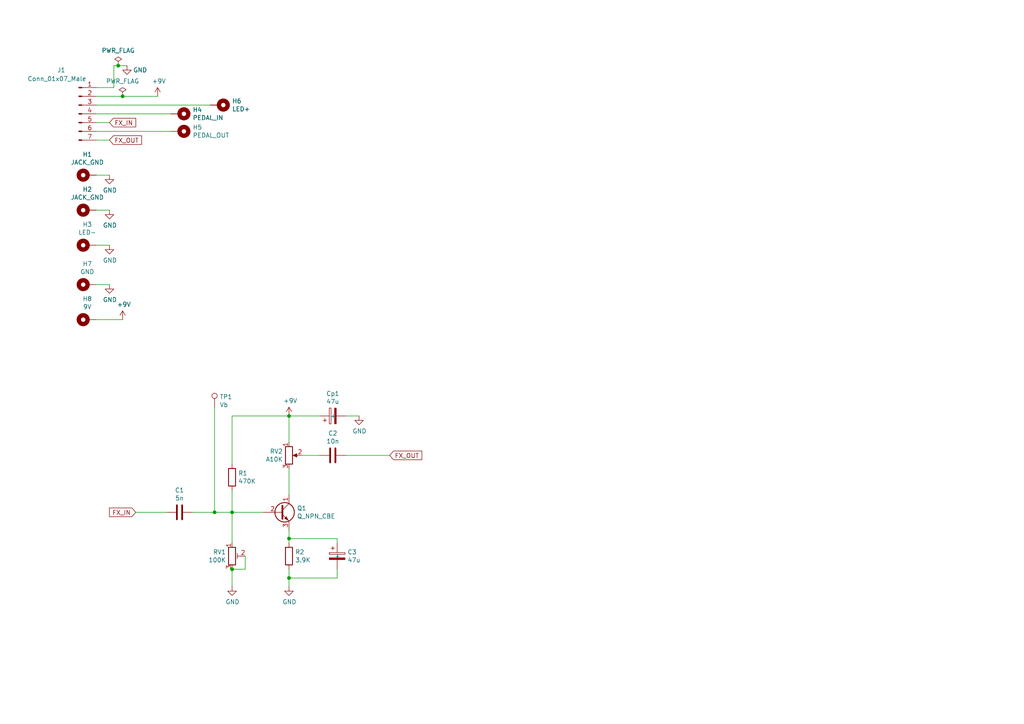
<source format=kicad_sch>
(kicad_sch (version 20211123) (generator eeschema)
  (paper "A4")
  (lib_symbols
    (symbol "Connector:Conn_01x07_Male" (pin_names (offset 1.016) hide)
      (property "Reference" "J" (at 0 10.16 0))
      (property "Value" "Conn_01x07_Male" (at 0 -10.16 0))
      (symbol "Conn_01x07_Male_1_1"
        (polyline (pts (xy 1.27 -7.62) (xy 0.8636 -7.62)) (stroke (width 0.1524)))
        (polyline (pts (xy 1.27 -5.08) (xy 0.8636 -5.08)) (stroke (width 0.1524)))
        (polyline (pts (xy 1.27 -2.54) (xy 0.8636 -2.54)) (stroke (width 0.1524)))
        (polyline (pts (xy 1.27 0) (xy 0.8636 0)) (stroke (width 0.1524)))
        (polyline (pts (xy 1.27 2.54) (xy 0.8636 2.54)) (stroke (width 0.1524)))
        (polyline (pts (xy 1.27 5.08) (xy 0.8636 5.08)) (stroke (width 0.1524)))
        (polyline (pts (xy 1.27 7.62) (xy 0.8636 7.62)) (stroke (width 0.1524)))
        (rectangle (start 0.8636 -7.493) (end 0 -7.747) (stroke (width 0.1524)) (fill (type outline)))
        (rectangle (start 0.8636 -4.953) (end 0 -5.207) (stroke (width 0.1524)) (fill (type outline)))
        (rectangle (start 0.8636 -2.413) (end 0 -2.667) (stroke (width 0.1524)) (fill (type outline)))
        (rectangle (start 0.8636 0.127) (end 0 -0.127) (stroke (width 0.1524)) (fill (type outline)))
        (rectangle (start 0.8636 2.667) (end 0 2.413) (stroke (width 0.1524)) (fill (type outline)))
        (rectangle (start 0.8636 5.207) (end 0 4.953) (stroke (width 0.1524)) (fill (type outline)))
        (rectangle (start 0.8636 7.747) (end 0 7.493) (stroke (width 0.1524)) (fill (type outline)))
        (pin passive line (at 5.08 7.62 180) (length 3.81) (name "Pin_1") (number "1"))
        (pin passive line (at 5.08 5.08 180) (length 3.81) (name "Pin_2") (number "2"))
        (pin passive line (at 5.08 2.54 180) (length 3.81) (name "Pin_3") (number "3"))
        (pin passive line (at 5.08 0 180) (length 3.81) (name "Pin_4") (number "4"))
        (pin passive line (at 5.08 -2.54 180) (length 3.81) (name "Pin_5") (number "5"))
        (pin passive line (at 5.08 -5.08 180) (length 3.81) (name "Pin_6") (number "6"))
        (pin passive line (at 5.08 -7.62 180) (length 3.81) (name "Pin_7") (number "7"))
      )
    )
    (symbol "Connector:TestPoint" (pin_numbers hide) (pin_names (offset 0.762) hide)
      (property "Reference" "TP" (at 0 6.858 0))
      (property "Value" "TestPoint" (at 0 5.08 0))
      (symbol "TestPoint_0_1"
        (circle (center 0 3.302) (radius 0.762))
      )
      (symbol "TestPoint_1_1"
        (pin passive line (at 0 0 90) (length 2.54) (name "1") (number "1"))
      )
    )
    (symbol "Device:C" (pin_numbers hide) (pin_names (offset 0.254))
      (property "Reference" "C" (at 0.635 2.54 0))
      (property "Value" "C" (at 0.635 -2.54 0))
      (symbol "C_0_1"
        (polyline (pts (xy -2.032 -0.762) (xy 2.032 -0.762)) (stroke (width 0.508)))
        (polyline (pts (xy -2.032 0.762) (xy 2.032 0.762)) (stroke (width 0.508)))
      )
      (symbol "C_1_1"
        (pin passive line (at 0 3.81 270) (length 2.794) (name "~") (number "1"))
        (pin passive line (at 0 -3.81 90) (length 2.794) (name "~") (number "2"))
      )
    )
    (symbol "Device:CP" (pin_numbers hide) (pin_names (offset 0.254))
      (property "Reference" "C" (at 0.635 2.54 0))
      (property "Value" "Device_CP" (at 0.635 -2.54 0))
      (symbol "CP_0_1"
        (rectangle (start -2.286 0.508) (end 2.286 1.016))
        (polyline (pts (xy -1.778 2.286) (xy -0.762 2.286)))
        (polyline (pts (xy -1.27 2.794) (xy -1.27 1.778)))
        (rectangle (start 2.286 -0.508) (end -2.286 -1.016) (fill (type outline)))
      )
      (symbol "CP_1_1"
        (pin passive line (at 0 3.81 270) (length 2.794) (name "+") (number "1"))
        (pin passive line (at 0 -3.81 90) (length 2.794) (name "-") (number "2"))
      )
    )
    (symbol "Device:Q_NPN_CBE" (pin_names (offset 0) hide)
      (property "Reference" "Q" (at 5.08 1.27 0))
      (property "Value" "Q_NPN_CBE" (at 5.08 -1.27 0))
      (symbol "Q_NPN_CBE_0_1"
        (polyline (pts (xy 0.635 0.635) (xy 2.54 2.54)))
        (polyline (pts (xy 0.635 -0.635) (xy 2.54 -2.54) (xy 2.54 -2.54)))
        (polyline (pts (xy 0.635 1.905) (xy 0.635 -1.905) (xy 0.635 -1.905)) (stroke (width 0.508)))
        (polyline (pts (xy 1.27 -1.778) (xy 1.778 -1.27) (xy 2.286 -2.286) (xy 1.27 -1.778) (xy 1.27 -1.778)) (fill (type outline)))
        (circle (center 1.27 0) (radius 2.8194) (stroke (width 0.254)))
      )
      (symbol "Q_NPN_CBE_1_1"
        (pin passive line (at 2.54 5.08 270) (length 2.54) (name "C") (number "1"))
        (pin input line (at -5.08 0 0) (length 5.715) (name "B") (number "2"))
        (pin passive line (at 2.54 -5.08 90) (length 2.54) (name "E") (number "3"))
      )
    )
    (symbol "Device:R" (pin_numbers hide) (pin_names (offset 0))
      (property "Reference" "R" (at 2.032 0 90))
      (property "Value" "R" (at 0 0 90))
      (symbol "R_0_1"
        (rectangle (start -1.016 -2.54) (end 1.016 2.54) (stroke (width 0.254)))
      )
      (symbol "R_1_1"
        (pin passive line (at 0 3.81 270) (length 1.27) (name "~") (number "1"))
        (pin passive line (at 0 -3.81 90) (length 1.27) (name "~") (number "2"))
      )
    )
    (symbol "Device:R_POT" (pin_names (offset 1.016) hide)
      (property "Reference" "RV" (at -4.445 0 90))
      (property "Value" "Device_R_POT" (at -2.54 0 90))
      (symbol "R_POT_0_1"
        (polyline (pts (xy 2.54 0) (xy 1.524 0)))
        (polyline (pts (xy 1.143 0) (xy 2.286 0.508) (xy 2.286 -0.508) (xy 1.143 0)) (fill (type outline)))
        (rectangle (start 1.016 2.54) (end -1.016 -2.54) (stroke (width 0.254)))
      )
      (symbol "R_POT_1_1"
        (pin passive line (at 0 3.81 270) (length 1.27) (name "1") (number "1"))
        (pin passive line (at 3.81 0 180) (length 1.27) (name "2") (number "2"))
        (pin passive line (at 0 -3.81 90) (length 1.27) (name "3") (number "3"))
      )
    )
    (symbol "Device:R_POT_TRIM" (pin_names (offset 1.016) hide)
      (property "Reference" "RV" (at -4.445 0 90))
      (property "Value" "Device_R_POT_TRIM" (at -2.54 0 90))
      (symbol "R_POT_TRIM_0_1"
        (polyline (pts (xy 1.524 0.762) (xy 1.524 -0.762)))
        (polyline (pts (xy 2.54 0) (xy 1.524 0)))
        (rectangle (start 1.016 2.54) (end -1.016 -2.54) (stroke (width 0.254)))
      )
      (symbol "R_POT_TRIM_1_1"
        (pin passive line (at 0 3.81 270) (length 1.27) (name "1") (number "1"))
        (pin passive line (at 3.81 0 180) (length 1.27) (name "2") (number "2"))
        (pin passive line (at 0 -3.81 90) (length 1.27) (name "3") (number "3"))
      )
    )
    (symbol "Mechanical:MountingHole_Pad" (pin_numbers hide) (pin_names (offset 1.016) hide)
      (property "Reference" "H" (at 0 6.35 0))
      (property "Value" "MountingHole_Pad" (at 0 4.445 0))
      (symbol "MountingHole_Pad_0_1"
        (circle (center 0 1.27) (radius 1.27) (stroke (width 1.27)))
      )
      (symbol "MountingHole_Pad_1_1"
        (pin input line (at 0 -2.54 90) (length 2.54) (name "1") (number "1"))
      )
    )
    (symbol "power:+9V" (power) (pin_names (offset 0))
      (property "Value" "+9V" (at 0 3.556 0))
      (symbol "+9V_0_1"
        (polyline (pts (xy -0.762 1.27) (xy 0 2.54)))
        (polyline (pts (xy 0 0) (xy 0 2.54)))
        (polyline (pts (xy 0 2.54) (xy 0.762 1.27)))
      )
      (symbol "+9V_1_1"
        (pin power_in line (at 0 0 90) (length 0) hide (name "+9V") (number "1"))
      )
    )
    (symbol "power:GND" (power) (pin_names (offset 0))
      (property "Value" "GND" (at 0 -3.81 0))
      (symbol "GND_0_1"
        (polyline (pts (xy 0 0) (xy 0 -1.27) (xy 1.27 -1.27) (xy 0 -2.54) (xy -1.27 -1.27) (xy 0 -1.27)))
      )
      (symbol "GND_1_1"
        (pin power_in line (at 0 0 270) (length 0) hide (name "GND") (number "1"))
      )
    )
    (symbol "power:PWR_FLAG" (power) (pin_numbers hide) (pin_names (offset 0) hide)
      (property "Value" "PWR_FLAG" (at 0 3.81 0))
      (symbol "PWR_FLAG_0_0"
        (pin power_out line (at 0 0 90) (length 0) (name "pwr") (number "1"))
      )
      (symbol "PWR_FLAG_0_1"
        (polyline (pts (xy 0 0) (xy 0 1.27) (xy -1.016 1.905) (xy 0 2.54) (xy 1.016 1.905) (xy 0 1.27)))
      )
    )
  )
  (junction (at 67.31 148.59))
  (junction (at 34.29 19.05))
  (junction (at 83.82 167.64))
  (junction (at 83.82 156.21))
  (junction (at 67.31 165.1))
  (junction (at 62.23 148.59))
  (junction (at 83.82 120.65))
  (junction (at 35.56 27.94))
  (wire (pts (xy 83.82 135.89) (xy 83.82 143.51)))
  (wire (pts (xy 71.12 165.1) (xy 67.31 165.1)))
  (wire (pts (xy 67.31 120.65) (xy 83.82 120.65)))
  (wire (pts (xy 71.12 161.29) (xy 71.12 165.1)))
  (wire (pts (xy 31.75 35.56) (xy 27.94 35.56)))
  (wire (pts (xy 97.79 167.64) (xy 83.82 167.64)))
  (wire (pts (xy 60.96 30.48) (xy 27.94 30.48)))
  (wire (pts (xy 97.79 156.21) (xy 97.79 157.48)))
  (wire (pts (xy 33.02 19.05) (xy 34.29 19.05)))
  (wire (pts (xy 31.75 40.64) (xy 27.94 40.64)))
  (wire (pts (xy 34.29 19.05) (xy 36.83 19.05)))
  (wire (pts (xy 67.31 148.59) (xy 67.31 142.24)))
  (wire (pts (xy 83.82 120.65) (xy 83.82 128.27)))
  (wire (pts (xy 100.33 132.08) (xy 113.03 132.08)))
  (wire (pts (xy 31.75 82.55) (xy 27.94 82.55)))
  (wire (pts (xy 83.82 170.18) (xy 83.82 167.64)))
  (wire (pts (xy 87.63 132.08) (xy 92.71 132.08)))
  (wire (pts (xy 33.02 25.4) (xy 33.02 19.05)))
  (wire (pts (xy 31.75 60.96) (xy 27.94 60.96)))
  (wire (pts (xy 67.31 157.48) (xy 67.31 148.59)))
  (wire (pts (xy 67.31 170.18) (xy 67.31 165.1)))
  (wire (pts (xy 67.31 134.62) (xy 67.31 120.65)))
  (wire (pts (xy 39.37 148.59) (xy 48.26 148.59)))
  (wire (pts (xy 83.82 167.64) (xy 83.82 165.1)))
  (wire (pts (xy 49.53 38.1) (xy 27.94 38.1)))
  (wire (pts (xy 62.23 118.11) (xy 62.23 148.59)))
  (wire (pts (xy 83.82 120.65) (xy 92.71 120.65)))
  (wire (pts (xy 35.56 27.94) (xy 27.94 27.94)))
  (wire (pts (xy 83.82 156.21) (xy 97.79 156.21)))
  (wire (pts (xy 83.82 157.48) (xy 83.82 156.21)))
  (wire (pts (xy 83.82 156.21) (xy 83.82 153.67)))
  (wire (pts (xy 31.75 71.12) (xy 27.94 71.12)))
  (wire (pts (xy 27.94 25.4) (xy 33.02 25.4)))
  (wire (pts (xy 31.75 50.8) (xy 27.94 50.8)))
  (wire (pts (xy 100.33 120.65) (xy 104.14 120.65)))
  (wire (pts (xy 35.56 92.71) (xy 27.94 92.71)))
  (wire (pts (xy 45.72 27.94) (xy 35.56 27.94)))
  (wire (pts (xy 55.88 148.59) (xy 62.23 148.59)))
  (wire (pts (xy 97.79 165.1) (xy 97.79 167.64)))
  (wire (pts (xy 49.53 33.02) (xy 27.94 33.02)))
  (wire (pts (xy 62.23 148.59) (xy 67.31 148.59)))
  (wire (pts (xy 67.31 148.59) (xy 76.2 148.59)))
  (global_label "FX_IN" (shape input) (at 39.37 148.59 180) (property "Intersheet References" "${INTERSHEET_REFS}" (effects hide)))
  (global_label "FX_OUT" (shape input) (at 31.75 40.64 0) (property "Intersheet References" "${INTERSHEET_REFS}" (effects hide)))
  (global_label "FX_IN" (shape input) (at 31.75 35.56 0) (property "Intersheet References" "${INTERSHEET_REFS}" (effects hide)))
  (global_label "FX_OUT" (shape input) (at 113.03 132.08 0) (property "Intersheet References" "${INTERSHEET_REFS}" (effects hide)))
  (symbol (lib_id "power:GND") (at 36.83 19.05 0)
    (property "Reference" "#PWR04" (effects hide))
    (property "Value" "GND" (at 40.64 20.32 0))
  )
  (symbol (lib_id "power:+9V") (at 45.72 27.94 0)
    (property "Reference" "#PWR05" (effects hide))
    (property "Value" "+9V" (at 46.101 23.5458 0))
  )
  (symbol (lib_id "Device:C") (at 52.07 148.59 270)
    (property "Reference" "C1" (at 52.07 142.1892 90))
    (property "Value" "5n" (at 52.07 144.5006 90))
    (property "Footprint" "Capacitor_THT:C_Disc_D5.1mm_W3.2mm_P5.00mm" (effects hide))
  )
  (symbol (lib_id "Device:Q_NPN_CBE") (at 81.28 148.59 0)
    (property "Reference" "Q1" (at 86.1314 147.4216 0) (effects (justify left)))
    (property "Value" "Q_NPN_CBE" (at 86.1314 149.733 0) (effects (justify left)))
    (property "Footprint" "pedal-component-footprint:Transistor_TO-5_CBE_d10.1mm" (effects hide))
  )
  (symbol (lib_id "Device:R") (at 83.82 161.29 0)
    (property "Reference" "R2" (at 85.598 160.1216 0) (effects (justify left)))
    (property "Value" "3.9K" (at 85.598 162.433 0) (effects (justify left)))
    (property "Footprint" "Resistor_THT:R_Axial_DIN0207_L6.3mm_D2.5mm_P7.62mm_Horizontal" (effects hide))
  )
  (symbol (lib_id "Device:R") (at 67.31 138.43 0)
    (property "Reference" "R1" (at 69.088 137.2616 0) (effects (justify left)))
    (property "Value" "470K" (at 69.088 139.573 0) (effects (justify left)))
    (property "Footprint" "Resistor_THT:R_Axial_DIN0207_L6.3mm_D2.5mm_P7.62mm_Horizontal" (effects hide))
  )
  (symbol (lib_id "Device:CP") (at 96.52 120.65 90)
    (property "Reference" "Cp1" (at 96.52 114.173 90))
    (property "Value" "47u" (at 96.52 116.4844 90))
    (property "Footprint" "Capacitor_THT:CP_Radial_D5.0mm_P2.50mm" (effects hide))
  )
  (symbol (lib_id "power:GND") (at 104.14 120.65 0)
    (property "Reference" "#PWR09" (effects hide))
    (property "Value" "GND" (at 104.267 125.0442 0))
  )
  (symbol (lib_id "Device:R_POT") (at 83.82 132.08 0)
    (property "Reference" "RV2" (at 82.042 130.9116 0) (effects (justify right)))
    (property "Value" "A10K" (at 82.042 133.223 0) (effects (justify right)))
    (property "Footprint" "MBv3 potentiometers:16MM_B.MOUNT_BANZAI" (effects hide))
  )
  (symbol (lib_id "power:+9V") (at 83.82 120.65 0)
    (property "Reference" "#PWR07" (effects hide))
    (property "Value" "+9V" (at 84.201 116.2558 0))
  )
  (symbol (lib_id "Device:C") (at 96.52 132.08 270)
    (property "Reference" "C2" (at 96.52 125.6792 90))
    (property "Value" "10n" (at 96.52 127.9906 90))
    (property "Footprint" "Capacitor_THT:C_Disc_D5.1mm_W3.2mm_P5.00mm" (effects hide))
  )
  (symbol (lib_id "Device:R_POT_TRIM") (at 67.31 161.29 0)
    (property "Reference" "RV1" (at 65.5574 160.1216 0) (effects (justify right)))
    (property "Value" "100K" (at 65.5574 162.433 0) (effects (justify right)))
    (property "Footprint" "MBv3 potentiometers:Trim_Multi_turns" (effects hide))
  )
  (symbol (lib_id "power:GND") (at 67.31 170.18 0)
    (property "Reference" "#PWR06" (effects hide))
    (property "Value" "GND" (at 67.437 174.5742 0))
  )
  (symbol (lib_id "power:GND") (at 83.82 170.18 0)
    (property "Reference" "#PWR08" (effects hide))
    (property "Value" "GND" (at 83.947 174.5742 0))
  )
  (symbol (lib_id "Device:CP") (at 97.79 161.29 0)
    (property "Reference" "C3" (at 100.7872 160.1216 0) (effects (justify left)))
    (property "Value" "47u" (at 100.7872 162.433 0) (effects (justify left)))
    (property "Footprint" "Capacitor_THT:CP_Radial_D5.0mm_P2.50mm" (effects hide))
  )
  (symbol (lib_id "Connector:Conn_01x07_Male") (at 22.86 33.02 0) (unit 1)
    (property "Reference" "J1" (at 17.78 20.32 0))
    (property "Value" "Conn_01x07_Male" (at 16.51 22.86 0))
    (property "Footprint" "pedal-component-footprint:BoardHeader_1x07_P2.54mm_Long_FXSide" (effects hide))
  )
  (symbol (lib_id "Mechanical:MountingHole_Pad") (at 52.07 33.02 270) (unit 1)
    (property "Reference" "H4" (at 55.88 31.8516 90) (effects (justify left)))
    (property "Value" "PEDAL_IN" (at 55.88 34.163 90) (effects (justify left)))
    (property "Footprint" "pedal-component-footprint:PinHeader_1x01_P2.54mm_Long_Front_Back" (effects hide))
  )
  (symbol (lib_id "Mechanical:MountingHole_Pad") (at 25.4 50.8 90) (unit 1)
    (property "Reference" "H1" (at 25.3238 44.7802 90))
    (property "Value" "JACK_GND" (at 25.3238 47.0916 90))
    (property "Footprint" "pedal-component-footprint:PinHeader_1x01_P2.54mm_Long_Front_Back" (effects hide))
  )
  (symbol (lib_id "power:GND") (at 31.75 50.8 0)
    (property "Reference" "#PWR01" (effects hide))
    (property "Value" "GND" (at 31.877 55.1942 0))
  )
  (symbol (lib_id "Mechanical:MountingHole_Pad") (at 52.07 38.1 270) (unit 1)
    (property "Reference" "H5" (at 55.88 36.9316 90) (effects (justify left)))
    (property "Value" "PEDAL_OUT" (at 55.88 39.243 90) (effects (justify left)))
    (property "Footprint" "pedal-component-footprint:PinHeader_1x01_P2.54mm_Long_Front_Back" (effects hide))
  )
  (symbol (lib_id "Mechanical:MountingHole_Pad") (at 25.4 60.96 90) (unit 1)
    (property "Reference" "H2" (at 25.3238 54.9402 90))
    (property "Value" "JACK_GND" (at 25.3238 57.2516 90))
    (property "Footprint" "pedal-component-footprint:PinHeader_1x01_P2.54mm_Long_Front_Back" (effects hide))
  )
  (symbol (lib_id "power:GND") (at 31.75 60.96 0)
    (property "Reference" "#PWR02" (effects hide))
    (property "Value" "GND" (at 31.877 65.3542 0))
  )
  (symbol (lib_id "Mechanical:MountingHole_Pad") (at 25.4 71.12 90) (unit 1)
    (property "Reference" "H3" (at 25.3238 65.1002 90))
    (property "Value" "LED-" (at 25.3238 67.4116 90))
    (property "Footprint" "pedal-component-footprint:PinHeader_1x01_P2.54mm_Long_Front_Back" (effects hide))
  )
  (symbol (lib_id "power:GND") (at 31.75 71.12 0)
    (property "Reference" "#PWR03" (effects hide))
    (property "Value" "GND" (at 31.877 75.5142 0))
  )
  (symbol (lib_id "Mechanical:MountingHole_Pad") (at 63.5 30.48 270) (unit 1)
    (property "Reference" "H6" (at 67.31 29.3116 90) (effects (justify left)))
    (property "Value" "LED+" (at 67.31 31.623 90) (effects (justify left)))
    (property "Footprint" "pedal-component-footprint:PinHeader_1x01_P2.54mm_Long_Front_Back" (effects hide))
  )
  (symbol (lib_id "power:PWR_FLAG") (at 35.56 27.94 0) (unit 1)
    (property "Reference" "#FLG0101" (effects hide))
    (property "Value" "PWR_FLAG" (at 35.56 23.5458 0))
  )
  (symbol (lib_id "power:PWR_FLAG") (at 34.29 19.05 0) (unit 1)
    (property "Reference" "#FLG0102" (effects hide))
    (property "Value" "PWR_FLAG" (at 34.29 14.6558 0))
  )
  (symbol (lib_id "Mechanical:MountingHole_Pad") (at 25.4 82.55 90) (unit 1)
    (property "Reference" "H7" (at 25.3238 76.5302 90))
    (property "Value" "GND" (at 25.3238 78.8416 90))
    (property "Footprint" "pedal-component-footprint:PinHeader_1x01_P2.54mm_Long_Front_Back" (effects hide))
  )
  (symbol (lib_id "power:GND") (at 31.75 82.55 0)
    (property "Reference" "#PWR010" (effects hide))
    (property "Value" "GND" (at 31.877 86.9442 0))
  )
  (symbol (lib_id "Mechanical:MountingHole_Pad") (at 25.4 92.71 90) (unit 1)
    (property "Reference" "H8" (at 25.3238 86.6902 90))
    (property "Value" "9V" (at 25.3238 89.0016 90))
    (property "Footprint" "pedal-component-footprint:PinHeader_1x01_P2.54mm_Long_Front_Back" (effects hide))
  )
  (symbol (lib_id "power:+9V") (at 35.56 92.71 0)
    (property "Reference" "#PWR011" (effects hide))
    (property "Value" "+9V" (at 35.941 88.3158 0))
  )
  (symbol (lib_id "Connector:TestPoint") (at 62.23 118.11 0) (unit 1)
    (property "Reference" "TP1" (at 63.7032 115.1128 0) (effects (justify left)))
    (property "Value" "Vb" (at 63.7032 117.4242 0) (effects (justify left)))
    (property "Footprint" "TestPoint:TestPoint_THTPad_1.5x1.5mm_Drill0.7mm" (effects hide))
  )
)
</source>
